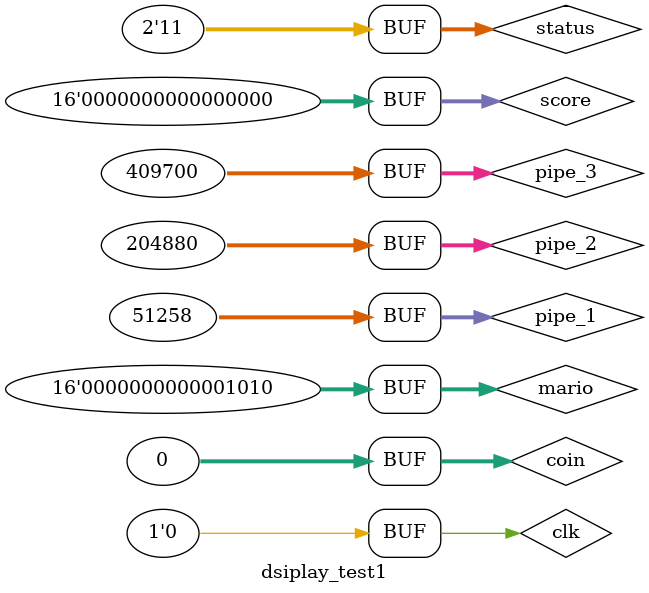
<source format=v>
`timescale 1ps / 1ps
module dsiplay_test1 ();
  reg clk;
  reg [1:0] status;
  reg [15:0] score;
  reg [15:0] mario;
  reg [31:0] pipe_1;
  reg [31:0] pipe_2;
  reg [31:0] pipe_3;
  reg [31:0] coin;
  wire [6:0] seg;
  wire dp;
  wire [3:0] AN;
  wire [11:0] rgb;
  wire hs;
  wire vs;
  display test1 (
      .clk(clk),
      .score(score),
      .mario(mario),
      .pipe_1(pipe_1),
      .pipe_2(pipe_2),
      .pipe_3(pipe_3),
      .seg(seg),
      .dp(dp),
      .AN(AN),
      .rgb(rgb),
      .hs(hs),
      .vs(vs),
      .coin(coin),
      .status(status)
  );
  always begin
    #1 clk = 1'b1;
    #1 clk = 1'b0;
  end
  initial begin
    score  = 16'h0000;
    mario  = 16'd10;
    pipe_1 = 32'd51258;
    pipe_2 = 32'd204880;
    pipe_3 = 32'd409700;
    status = 2'b11;
    coin   = 32'd0;
  end
endmodule

</source>
